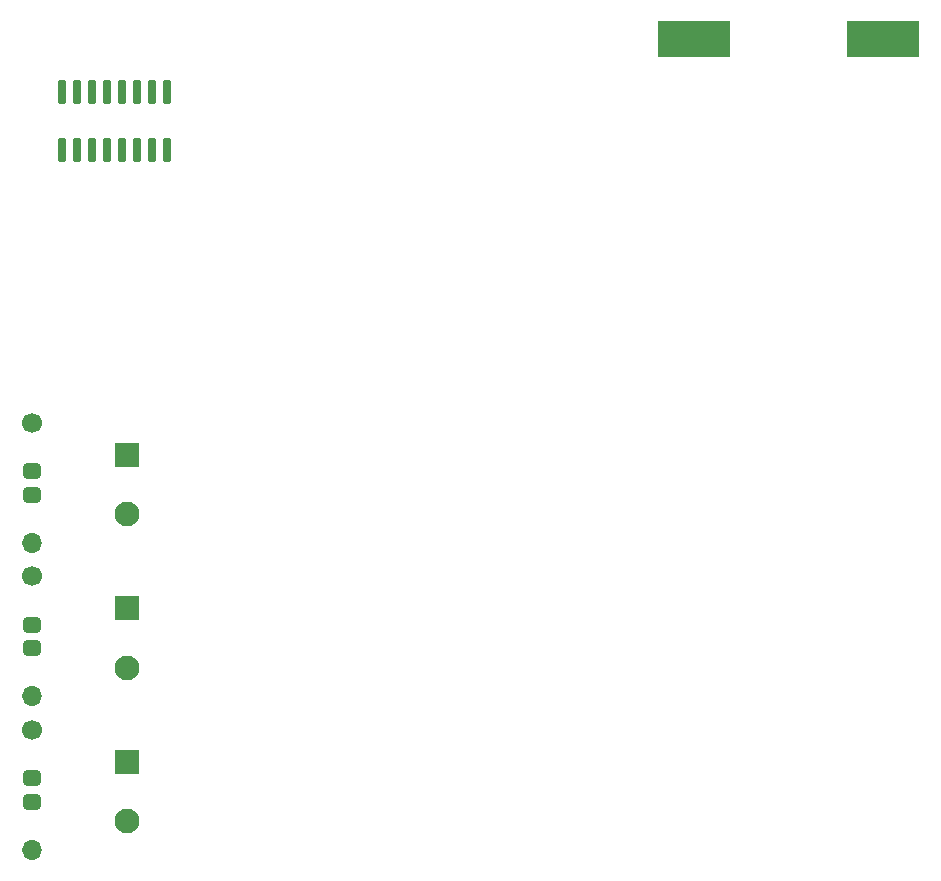
<source format=gts>
G04 #@! TF.GenerationSoftware,KiCad,Pcbnew,(6.0.4)*
G04 #@! TF.CreationDate,2022-06-22T13:50:13-04:00*
G04 #@! TF.ProjectId,Macintosh Portable Battery Adapter v1.2,4d616369-6e74-46f7-9368-20506f727461,rev?*
G04 #@! TF.SameCoordinates,Original*
G04 #@! TF.FileFunction,Soldermask,Top*
G04 #@! TF.FilePolarity,Negative*
%FSLAX46Y46*%
G04 Gerber Fmt 4.6, Leading zero omitted, Abs format (unit mm)*
G04 Created by KiCad (PCBNEW (6.0.4)) date 2022-06-22 13:50:13*
%MOMM*%
%LPD*%
G01*
G04 APERTURE LIST*
G04 Aperture macros list*
%AMRoundRect*
0 Rectangle with rounded corners*
0 $1 Rounding radius*
0 $2 $3 $4 $5 $6 $7 $8 $9 X,Y pos of 4 corners*
0 Add a 4 corners polygon primitive as box body*
4,1,4,$2,$3,$4,$5,$6,$7,$8,$9,$2,$3,0*
0 Add four circle primitives for the rounded corners*
1,1,$1+$1,$2,$3*
1,1,$1+$1,$4,$5*
1,1,$1+$1,$6,$7*
1,1,$1+$1,$8,$9*
0 Add four rect primitives between the rounded corners*
20,1,$1+$1,$2,$3,$4,$5,0*
20,1,$1+$1,$4,$5,$6,$7,0*
20,1,$1+$1,$6,$7,$8,$9,0*
20,1,$1+$1,$8,$9,$2,$3,0*%
G04 Aperture macros list end*
%ADD10RoundRect,0.200000X-0.150000X0.825000X-0.150000X-0.825000X0.150000X-0.825000X0.150000X0.825000X0*%
%ADD11RoundRect,0.300000X-0.450000X0.350000X-0.450000X-0.350000X0.450000X-0.350000X0.450000X0.350000X0*%
%ADD12O,1.700000X1.700000*%
%ADD13C,1.700000*%
%ADD14RoundRect,0.050000X-1.000000X1.000000X-1.000000X-1.000000X1.000000X-1.000000X1.000000X1.000000X0*%
%ADD15C,2.100000*%
%ADD16RoundRect,0.050000X-3.000000X-1.500000X3.000000X-1.500000X3.000000X1.500000X-3.000000X1.500000X0*%
G04 APERTURE END LIST*
D10*
X86922000Y-74931000D03*
X85652000Y-74931000D03*
X84382000Y-74931000D03*
X83112000Y-74931000D03*
X81842000Y-74931000D03*
X80572000Y-74931000D03*
X79302000Y-74931000D03*
X78032000Y-74931000D03*
X78032000Y-69981000D03*
X79302000Y-69981000D03*
X80572000Y-69981000D03*
X81842000Y-69981000D03*
X83112000Y-69981000D03*
X84382000Y-69981000D03*
X85652000Y-69981000D03*
X86922000Y-69981000D03*
D11*
X75500000Y-130100000D03*
X75500000Y-128100000D03*
X75500000Y-115100000D03*
X75500000Y-117100000D03*
X75500000Y-102100000D03*
X75500000Y-104100000D03*
D12*
X75500000Y-134180000D03*
D13*
X75500000Y-124020000D03*
D12*
X75500000Y-121180000D03*
D13*
X75500000Y-111020000D03*
D12*
X75500000Y-108180000D03*
D13*
X75500000Y-98020000D03*
D14*
X83500000Y-126732323D03*
D15*
X83500000Y-131732323D03*
D14*
X83500000Y-113732323D03*
D15*
X83500000Y-118732323D03*
D14*
X83500000Y-100732323D03*
D15*
X83500000Y-105732323D03*
D16*
X131500000Y-65500000D03*
X147500000Y-65500000D03*
M02*

</source>
